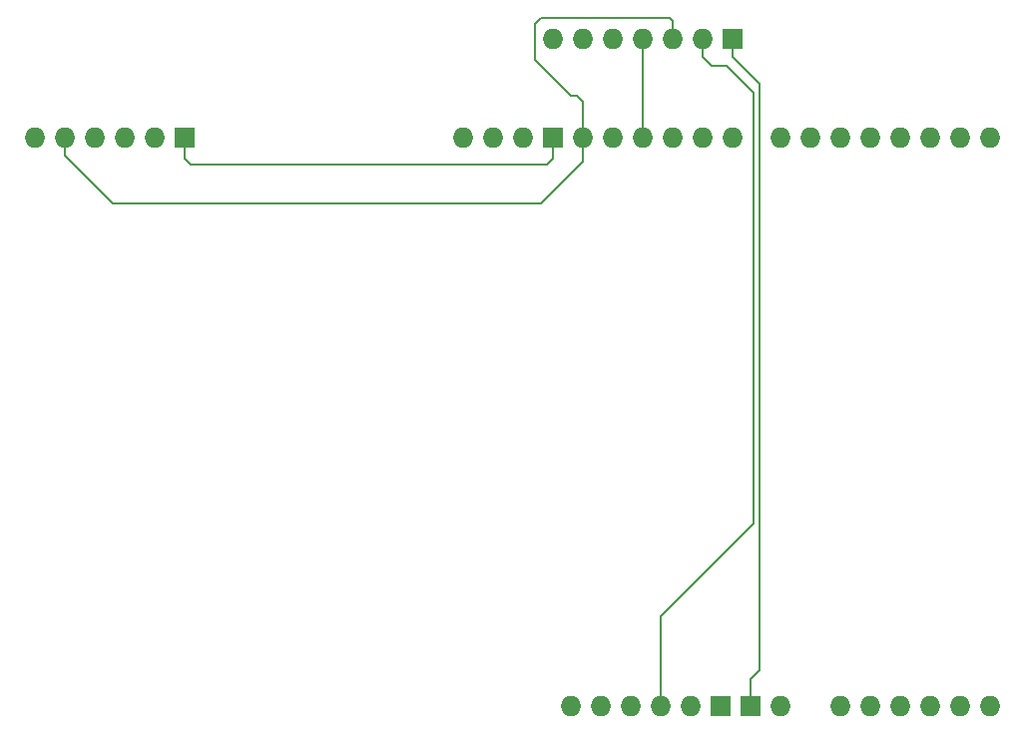
<source format=gbr>
%TF.GenerationSoftware,KiCad,Pcbnew,7.0.11+dfsg-1build4*%
%TF.CreationDate,2025-03-15T16:42:38-04:00*%
%TF.ProjectId,Peripherals Board,50657269-7068-4657-9261-6c7320426f61,rev?*%
%TF.SameCoordinates,Original*%
%TF.FileFunction,Copper,L2,Bot*%
%TF.FilePolarity,Positive*%
%FSLAX46Y46*%
G04 Gerber Fmt 4.6, Leading zero omitted, Abs format (unit mm)*
G04 Created by KiCad (PCBNEW 7.0.11+dfsg-1build4) date 2025-03-15 16:42:38*
%MOMM*%
%LPD*%
G01*
G04 APERTURE LIST*
%TA.AperFunction,ComponentPad*%
%ADD10O,1.727200X1.727200*%
%TD*%
%TA.AperFunction,ComponentPad*%
%ADD11R,1.727200X1.727200*%
%TD*%
%TA.AperFunction,Conductor*%
%ADD12C,0.200000*%
%TD*%
G04 APERTURE END LIST*
D10*
%TO.P,,CS*%
%TO.N,N/C*%
X143256000Y-70358000D03*
%TD*%
%TO.P,,DC*%
%TO.N,N/C*%
X145796000Y-70358000D03*
%TD*%
%TO.P,,RES*%
%TO.N,N/C*%
X148336000Y-70358000D03*
%TD*%
%TO.P,,SDA*%
%TO.N,N/C*%
X150876000Y-70358000D03*
%TD*%
%TO.P,,SCK*%
%TO.N,N/C*%
X153416000Y-70358000D03*
%TD*%
D11*
%TO.P,,GND*%
%TO.N,N/C*%
X158496000Y-70358000D03*
%TD*%
D10*
%TO.P,,3V3*%
%TO.N,N/C*%
X155956000Y-70358000D03*
%TD*%
%TO.P, ,3V3*%
%TO.N,N/C*%
X152400000Y-127000000D03*
%TO.P, ,5V1*%
X154940000Y-127000000D03*
%TO.P, ,A0*%
X167640000Y-127000000D03*
%TO.P, ,A1*%
X170180000Y-127000000D03*
%TO.P, ,A2*%
X172720000Y-127000000D03*
%TO.P, ,A3*%
X175260000Y-127000000D03*
%TO.P, ,A4*%
X177800000Y-127000000D03*
%TO.P, ,A5*%
X180340000Y-127000000D03*
%TO.P, ,AREF*%
X140716000Y-78740000D03*
%TO.P, ,BOOT*%
X144780000Y-127000000D03*
%TO.P, ,D0*%
X180340000Y-78740000D03*
%TO.P, ,D1*%
X177800000Y-78740000D03*
%TO.P, ,D2*%
X175260000Y-78740000D03*
%TO.P, ,D3*%
X172720000Y-78740000D03*
%TO.P, ,D4*%
X170180000Y-78740000D03*
%TO.P, ,D5*%
X167640000Y-78740000D03*
%TO.P, ,D6*%
X165100000Y-78740000D03*
%TO.P, ,D7*%
X162560000Y-78740000D03*
%TO.P, ,D8*%
X158496000Y-78740000D03*
%TO.P, ,D9*%
X155956000Y-78740000D03*
%TO.P, ,D10*%
X153416000Y-78740000D03*
%TO.P, ,D11*%
X150876000Y-78740000D03*
%TO.P, ,D12*%
X148336000Y-78740000D03*
%TO.P, ,D13*%
X145796000Y-78740000D03*
D11*
%TO.P, ,GND1*%
X143256000Y-78740000D03*
%TO.P, ,GND2*%
X157480000Y-127000000D03*
%TO.P, ,GND3*%
X160020000Y-127000000D03*
D10*
%TO.P, ,IORF*%
X147320000Y-127000000D03*
%TO.P, ,RST1*%
X149860000Y-127000000D03*
%TO.P, ,SCL*%
X135636000Y-78740000D03*
%TO.P, ,SDA*%
X138176000Y-78740000D03*
%TO.P, ,VIN*%
X162560000Y-127000000D03*
%TD*%
D11*
%TO.P,,GND*%
%TO.N,N/C*%
X112014000Y-78740000D03*
%TD*%
D10*
%TO.P,,5V*%
%TO.N,N/C*%
X109474000Y-78740000D03*
%TD*%
%TO.P,,MISO*%
%TO.N,N/C*%
X106934000Y-78740000D03*
%TD*%
%TO.P,,MOSI*%
%TO.N,N/C*%
X104394000Y-78740000D03*
%TD*%
%TO.P,,SCK*%
%TO.N,N/C*%
X101854000Y-78740000D03*
%TD*%
%TO.P,,CS*%
%TO.N,N/C*%
X99314000Y-78740000D03*
%TD*%
D12*
%TO.N,*%
X112014000Y-78740000D02*
X112014000Y-80518000D01*
X142748000Y-81026000D02*
X143256000Y-80518000D01*
X112014000Y-80518000D02*
X112522000Y-81026000D01*
X143256000Y-80518000D02*
X143256000Y-78740000D01*
X112522000Y-81026000D02*
X142748000Y-81026000D01*
X101854000Y-78740000D02*
X101854000Y-80264000D01*
X101854000Y-80264000D02*
X105918000Y-84328000D01*
X105918000Y-84328000D02*
X142240000Y-84328000D01*
X142240000Y-84328000D02*
X145796000Y-80772000D01*
X145796000Y-80772000D02*
X145796000Y-78740000D01*
X155956000Y-70358000D02*
X155956000Y-71882000D01*
X157988000Y-72644000D02*
X160274000Y-74930000D01*
X155956000Y-71882000D02*
X156718000Y-72644000D01*
X156718000Y-72644000D02*
X157988000Y-72644000D01*
X160274000Y-74930000D02*
X160274000Y-111506000D01*
X160274000Y-111506000D02*
X152400000Y-119380000D01*
X152400000Y-119380000D02*
X152400000Y-127000000D01*
X158496000Y-70358000D02*
X158496000Y-71882000D01*
X158496000Y-71882000D02*
X160782000Y-74168000D01*
X160782000Y-74168000D02*
X160782000Y-123952000D01*
X160782000Y-123952000D02*
X160020000Y-124714000D01*
X160020000Y-124714000D02*
X160020000Y-127000000D01*
X158496000Y-70358000D02*
X158496000Y-70104000D01*
X153416000Y-70358000D02*
X153416000Y-68834000D01*
X153162000Y-68580000D02*
X142240000Y-68580000D01*
X141732000Y-72136000D02*
X144780000Y-75184000D01*
X145796000Y-75692000D02*
X145796000Y-78740000D01*
X153416000Y-68834000D02*
X153162000Y-68580000D01*
X142240000Y-68580000D02*
X141732000Y-69088000D01*
X141732000Y-69088000D02*
X141732000Y-72136000D01*
X144780000Y-75184000D02*
X145288000Y-75184000D01*
X145288000Y-75184000D02*
X145796000Y-75692000D01*
X150876000Y-70358000D02*
X150876000Y-78740000D01*
%TD*%
M02*

</source>
